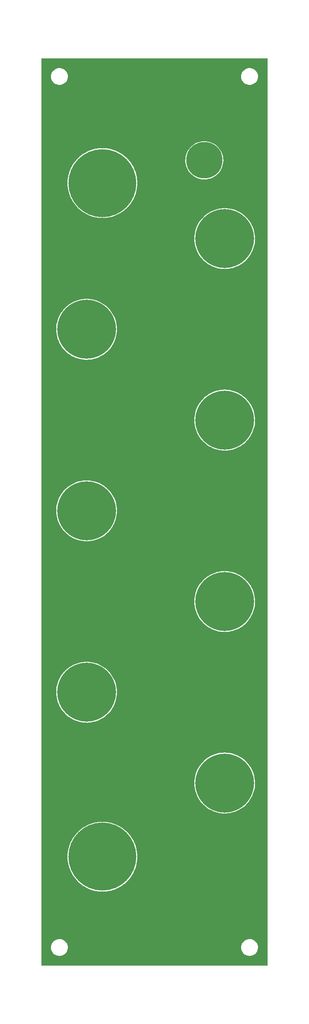
<source format=gbl>
G04 #@! TF.GenerationSoftware,KiCad,Pcbnew,6.0.6-3a73a75311~116~ubuntu20.04.1*
G04 #@! TF.CreationDate,2022-07-02T00:51:46+01:00*
G04 #@! TF.ProjectId,555kickTHCfrontPannel,3535356b-6963-46b5-9448-4366726f6e74,rev?*
G04 #@! TF.SameCoordinates,Original*
G04 #@! TF.FileFunction,Copper,L2,Bot*
G04 #@! TF.FilePolarity,Positive*
%FSLAX46Y46*%
G04 Gerber Fmt 4.6, Leading zero omitted, Abs format (unit mm)*
G04 Created by KiCad (PCBNEW 6.0.6-3a73a75311~116~ubuntu20.04.1) date 2022-07-02 00:51:46*
%MOMM*%
%LPD*%
G01*
G04 APERTURE LIST*
G04 #@! TA.AperFunction,ComponentPad*
%ADD10C,13.000000*%
G04 #@! TD*
G04 #@! TA.AperFunction,ComponentPad*
%ADD11C,15.000000*%
G04 #@! TD*
G04 #@! TA.AperFunction,ComponentPad*
%ADD12C,8.000000*%
G04 #@! TD*
G04 APERTURE END LIST*
D10*
X221500000Y-95750000D03*
D11*
X194500000Y-232000000D03*
D10*
X191000000Y-195750000D03*
X221500000Y-135750000D03*
X221500000Y-175750000D03*
D12*
X217000000Y-78500000D03*
D10*
X221500000Y-215750000D03*
X191000000Y-115750000D03*
X191000000Y-155750000D03*
D11*
X194500000Y-83500000D03*
G04 #@! TA.AperFunction,NonConductor*
G36*
X230941121Y-56021002D02*
G01*
X230987614Y-56074658D01*
X230999000Y-56127000D01*
X230999000Y-255873000D01*
X230978998Y-255941121D01*
X230925342Y-255987614D01*
X230873000Y-255999000D01*
X181127000Y-255999000D01*
X181058879Y-255978998D01*
X181012386Y-255925342D01*
X181001000Y-255873000D01*
X181001000Y-252042095D01*
X183145028Y-252042095D01*
X183170534Y-252309431D01*
X183234364Y-252570285D01*
X183335182Y-252819192D01*
X183470875Y-253050938D01*
X183473728Y-253054505D01*
X183585225Y-253193925D01*
X183638601Y-253260669D01*
X183834846Y-253443991D01*
X183927039Y-253507948D01*
X184051746Y-253594461D01*
X184051751Y-253594464D01*
X184055499Y-253597064D01*
X184059584Y-253599096D01*
X184059587Y-253599098D01*
X184175718Y-253656872D01*
X184295938Y-253716680D01*
X184300272Y-253718101D01*
X184300275Y-253718102D01*
X184546793Y-253798915D01*
X184546798Y-253798916D01*
X184551126Y-253800335D01*
X184555617Y-253801115D01*
X184555618Y-253801115D01*
X184811936Y-253845620D01*
X184811944Y-253845621D01*
X184815717Y-253846276D01*
X184819554Y-253846467D01*
X184898996Y-253850422D01*
X184899004Y-253850422D01*
X184900567Y-253850500D01*
X185068223Y-253850500D01*
X185070491Y-253850335D01*
X185070503Y-253850335D01*
X185200823Y-253840879D01*
X185267846Y-253836016D01*
X185272301Y-253835032D01*
X185272304Y-253835032D01*
X185525620Y-253779105D01*
X185525624Y-253779104D01*
X185530080Y-253778120D01*
X185697617Y-253714646D01*
X185776941Y-253684593D01*
X185776944Y-253684592D01*
X185781211Y-253682975D01*
X186015976Y-253552574D01*
X186158254Y-253443991D01*
X186225833Y-253392417D01*
X186225837Y-253392413D01*
X186229458Y-253389650D01*
X186417185Y-253197614D01*
X186575225Y-252980491D01*
X186662313Y-252814963D01*
X186698140Y-252746868D01*
X186698143Y-252746862D01*
X186700265Y-252742828D01*
X186759703Y-252574515D01*
X186788165Y-252493916D01*
X186788165Y-252493915D01*
X186789688Y-252489603D01*
X186841620Y-252226122D01*
X186841847Y-252221566D01*
X186850781Y-252042095D01*
X225145028Y-252042095D01*
X225170534Y-252309431D01*
X225234364Y-252570285D01*
X225335182Y-252819192D01*
X225470875Y-253050938D01*
X225473728Y-253054505D01*
X225585225Y-253193925D01*
X225638601Y-253260669D01*
X225834846Y-253443991D01*
X225927039Y-253507948D01*
X226051746Y-253594461D01*
X226051751Y-253594464D01*
X226055499Y-253597064D01*
X226059584Y-253599096D01*
X226059587Y-253599098D01*
X226175718Y-253656872D01*
X226295938Y-253716680D01*
X226300272Y-253718101D01*
X226300275Y-253718102D01*
X226546793Y-253798915D01*
X226546798Y-253798916D01*
X226551126Y-253800335D01*
X226555617Y-253801115D01*
X226555618Y-253801115D01*
X226811936Y-253845620D01*
X226811944Y-253845621D01*
X226815717Y-253846276D01*
X226819554Y-253846467D01*
X226898996Y-253850422D01*
X226899004Y-253850422D01*
X226900567Y-253850500D01*
X227068223Y-253850500D01*
X227070491Y-253850335D01*
X227070503Y-253850335D01*
X227200823Y-253840879D01*
X227267846Y-253836016D01*
X227272301Y-253835032D01*
X227272304Y-253835032D01*
X227525620Y-253779105D01*
X227525624Y-253779104D01*
X227530080Y-253778120D01*
X227697617Y-253714646D01*
X227776941Y-253684593D01*
X227776944Y-253684592D01*
X227781211Y-253682975D01*
X228015976Y-253552574D01*
X228158254Y-253443991D01*
X228225833Y-253392417D01*
X228225837Y-253392413D01*
X228229458Y-253389650D01*
X228417185Y-253197614D01*
X228575225Y-252980491D01*
X228662313Y-252814963D01*
X228698140Y-252746868D01*
X228698143Y-252746862D01*
X228700265Y-252742828D01*
X228759703Y-252574515D01*
X228788165Y-252493916D01*
X228788165Y-252493915D01*
X228789688Y-252489603D01*
X228841620Y-252226122D01*
X228841847Y-252221566D01*
X228854745Y-251962474D01*
X228854745Y-251962468D01*
X228854972Y-251957905D01*
X228829466Y-251690569D01*
X228765636Y-251429715D01*
X228664818Y-251180808D01*
X228529125Y-250949062D01*
X228418211Y-250810371D01*
X228364251Y-250742897D01*
X228364250Y-250742895D01*
X228361399Y-250739331D01*
X228165154Y-250556009D01*
X228005436Y-250445208D01*
X227948254Y-250405539D01*
X227948249Y-250405536D01*
X227944501Y-250402936D01*
X227940416Y-250400904D01*
X227940413Y-250400902D01*
X227768560Y-250315407D01*
X227704062Y-250283320D01*
X227699728Y-250281899D01*
X227699725Y-250281898D01*
X227453207Y-250201085D01*
X227453202Y-250201084D01*
X227448874Y-250199665D01*
X227444382Y-250198885D01*
X227188064Y-250154380D01*
X227188056Y-250154379D01*
X227184283Y-250153724D01*
X227175622Y-250153293D01*
X227101004Y-250149578D01*
X227100996Y-250149578D01*
X227099433Y-250149500D01*
X226931777Y-250149500D01*
X226929509Y-250149665D01*
X226929497Y-250149665D01*
X226799177Y-250159121D01*
X226732154Y-250163984D01*
X226727699Y-250164968D01*
X226727696Y-250164968D01*
X226474380Y-250220895D01*
X226474376Y-250220896D01*
X226469920Y-250221880D01*
X226344355Y-250269452D01*
X226223059Y-250315407D01*
X226223056Y-250315408D01*
X226218789Y-250317025D01*
X225984024Y-250447426D01*
X225980392Y-250450198D01*
X225774167Y-250607583D01*
X225774163Y-250607587D01*
X225770542Y-250610350D01*
X225582815Y-250802386D01*
X225424775Y-251019509D01*
X225422651Y-251023547D01*
X225301860Y-251253132D01*
X225301857Y-251253138D01*
X225299735Y-251257172D01*
X225298215Y-251261477D01*
X225298213Y-251261481D01*
X225238804Y-251429715D01*
X225210312Y-251510397D01*
X225158380Y-251773878D01*
X225158153Y-251778431D01*
X225158153Y-251778434D01*
X225148992Y-251962474D01*
X225145028Y-252042095D01*
X186850781Y-252042095D01*
X186854745Y-251962474D01*
X186854745Y-251962468D01*
X186854972Y-251957905D01*
X186829466Y-251690569D01*
X186765636Y-251429715D01*
X186664818Y-251180808D01*
X186529125Y-250949062D01*
X186418211Y-250810371D01*
X186364251Y-250742897D01*
X186364250Y-250742895D01*
X186361399Y-250739331D01*
X186165154Y-250556009D01*
X186005436Y-250445208D01*
X185948254Y-250405539D01*
X185948249Y-250405536D01*
X185944501Y-250402936D01*
X185940416Y-250400904D01*
X185940413Y-250400902D01*
X185768560Y-250315407D01*
X185704062Y-250283320D01*
X185699728Y-250281899D01*
X185699725Y-250281898D01*
X185453207Y-250201085D01*
X185453202Y-250201084D01*
X185448874Y-250199665D01*
X185444382Y-250198885D01*
X185188064Y-250154380D01*
X185188056Y-250154379D01*
X185184283Y-250153724D01*
X185175622Y-250153293D01*
X185101004Y-250149578D01*
X185100996Y-250149578D01*
X185099433Y-250149500D01*
X184931777Y-250149500D01*
X184929509Y-250149665D01*
X184929497Y-250149665D01*
X184799177Y-250159121D01*
X184732154Y-250163984D01*
X184727699Y-250164968D01*
X184727696Y-250164968D01*
X184474380Y-250220895D01*
X184474376Y-250220896D01*
X184469920Y-250221880D01*
X184344355Y-250269452D01*
X184223059Y-250315407D01*
X184223056Y-250315408D01*
X184218789Y-250317025D01*
X183984024Y-250447426D01*
X183980392Y-250450198D01*
X183774167Y-250607583D01*
X183774163Y-250607587D01*
X183770542Y-250610350D01*
X183582815Y-250802386D01*
X183424775Y-251019509D01*
X183422651Y-251023547D01*
X183301860Y-251253132D01*
X183301857Y-251253138D01*
X183299735Y-251257172D01*
X183298215Y-251261477D01*
X183298213Y-251261481D01*
X183238804Y-251429715D01*
X183210312Y-251510397D01*
X183158380Y-251773878D01*
X183158153Y-251778431D01*
X183158153Y-251778434D01*
X183148992Y-251962474D01*
X183145028Y-252042095D01*
X181001000Y-252042095D01*
X181001000Y-232000000D01*
X186794590Y-232000000D01*
X186813360Y-232537502D01*
X186869579Y-233072386D01*
X186962972Y-233602045D01*
X187093085Y-234123899D01*
X187259283Y-234635405D01*
X187260108Y-234637446D01*
X187260112Y-234637458D01*
X187459930Y-235132025D01*
X187459936Y-235132038D01*
X187460758Y-235134073D01*
X187696527Y-235617471D01*
X187965442Y-236083245D01*
X188266192Y-236529126D01*
X188597313Y-236952942D01*
X188598797Y-236954590D01*
X188955721Y-237350995D01*
X188955730Y-237351005D01*
X188957192Y-237352628D01*
X189344074Y-237726236D01*
X189345754Y-237727646D01*
X189345761Y-237727652D01*
X189712161Y-238035097D01*
X189756076Y-238071946D01*
X189757859Y-238073242D01*
X189757870Y-238073250D01*
X190189401Y-238386775D01*
X190191189Y-238388074D01*
X190647295Y-238673081D01*
X191122171Y-238925577D01*
X191124177Y-238926470D01*
X191124187Y-238926475D01*
X191611506Y-239143443D01*
X191613503Y-239144332D01*
X192118897Y-239328280D01*
X192121021Y-239328889D01*
X192121027Y-239328891D01*
X192633769Y-239475917D01*
X192635893Y-239476526D01*
X193161970Y-239588348D01*
X193694565Y-239663199D01*
X193696753Y-239663352D01*
X194228895Y-239700563D01*
X194228899Y-239700563D01*
X194231085Y-239700716D01*
X194768915Y-239700716D01*
X194771101Y-239700563D01*
X194771105Y-239700563D01*
X195303247Y-239663352D01*
X195305435Y-239663199D01*
X195838030Y-239588348D01*
X196364107Y-239476526D01*
X196366231Y-239475917D01*
X196878973Y-239328891D01*
X196878979Y-239328889D01*
X196881103Y-239328280D01*
X197386497Y-239144332D01*
X197388494Y-239143443D01*
X197875813Y-238926475D01*
X197875823Y-238926470D01*
X197877829Y-238925577D01*
X198352705Y-238673081D01*
X198808811Y-238388074D01*
X198810599Y-238386775D01*
X199242130Y-238073250D01*
X199242141Y-238073242D01*
X199243924Y-238071946D01*
X199287839Y-238035097D01*
X199654239Y-237727652D01*
X199654246Y-237727646D01*
X199655926Y-237726236D01*
X200042808Y-237352628D01*
X200044270Y-237351005D01*
X200044279Y-237350995D01*
X200401203Y-236954590D01*
X200402687Y-236952942D01*
X200733808Y-236529126D01*
X201034558Y-236083245D01*
X201303473Y-235617471D01*
X201539242Y-235134073D01*
X201540064Y-235132038D01*
X201540070Y-235132025D01*
X201739888Y-234637458D01*
X201739892Y-234637446D01*
X201740717Y-234635405D01*
X201906915Y-234123899D01*
X202037028Y-233602045D01*
X202130421Y-233072386D01*
X202186640Y-232537502D01*
X202205410Y-232000000D01*
X202186640Y-231462498D01*
X202130421Y-230927614D01*
X202037028Y-230397955D01*
X201906915Y-229876101D01*
X201740717Y-229364595D01*
X201739888Y-229362542D01*
X201540070Y-228867975D01*
X201540064Y-228867962D01*
X201539242Y-228865927D01*
X201303473Y-228382529D01*
X201034558Y-227916755D01*
X200733808Y-227470874D01*
X200402687Y-227047058D01*
X200339510Y-226976893D01*
X200044279Y-226649005D01*
X200044270Y-226648995D01*
X200042808Y-226647372D01*
X199655926Y-226273764D01*
X199654246Y-226272354D01*
X199654239Y-226272348D01*
X199245621Y-225929478D01*
X199243924Y-225928054D01*
X199242141Y-225926758D01*
X199242130Y-225926750D01*
X198810599Y-225613225D01*
X198810598Y-225613224D01*
X198808811Y-225611926D01*
X198352705Y-225326919D01*
X197877829Y-225074423D01*
X197875823Y-225073530D01*
X197875813Y-225073525D01*
X197388494Y-224856557D01*
X197388491Y-224856556D01*
X197386497Y-224855668D01*
X196881103Y-224671720D01*
X196878979Y-224671111D01*
X196878973Y-224671109D01*
X196366231Y-224524083D01*
X196366230Y-224524083D01*
X196364107Y-224523474D01*
X195838030Y-224411652D01*
X195305435Y-224336801D01*
X195303247Y-224336648D01*
X194771105Y-224299437D01*
X194771101Y-224299437D01*
X194768915Y-224299284D01*
X194231085Y-224299284D01*
X194228899Y-224299437D01*
X194228895Y-224299437D01*
X193696753Y-224336648D01*
X193694565Y-224336801D01*
X193161970Y-224411652D01*
X192635893Y-224523474D01*
X192633770Y-224524083D01*
X192633769Y-224524083D01*
X192121027Y-224671109D01*
X192121021Y-224671111D01*
X192118897Y-224671720D01*
X191613503Y-224855668D01*
X191611509Y-224856556D01*
X191611506Y-224856557D01*
X191124187Y-225073525D01*
X191124177Y-225073530D01*
X191122171Y-225074423D01*
X190647295Y-225326919D01*
X190191189Y-225611926D01*
X190189402Y-225613224D01*
X190189401Y-225613225D01*
X189757870Y-225926750D01*
X189757859Y-225926758D01*
X189756076Y-225928054D01*
X189754379Y-225929478D01*
X189345761Y-226272348D01*
X189345754Y-226272354D01*
X189344074Y-226273764D01*
X188957192Y-226647372D01*
X188955730Y-226648995D01*
X188955721Y-226649005D01*
X188660490Y-226976893D01*
X188597313Y-227047058D01*
X188266192Y-227470874D01*
X187965442Y-227916755D01*
X187696527Y-228382529D01*
X187460758Y-228865927D01*
X187459936Y-228867962D01*
X187459930Y-228867975D01*
X187260112Y-229362542D01*
X187259283Y-229364595D01*
X187093085Y-229876101D01*
X186962972Y-230397955D01*
X186869579Y-230927614D01*
X186813360Y-231462498D01*
X186794590Y-232000000D01*
X181001000Y-232000000D01*
X181001000Y-215820218D01*
X214794947Y-215820218D01*
X214819085Y-216322756D01*
X214880836Y-216822071D01*
X214979850Y-217315349D01*
X214980489Y-217317630D01*
X215059737Y-217600509D01*
X215115572Y-217799816D01*
X215287235Y-218272742D01*
X215288198Y-218274881D01*
X215288203Y-218274892D01*
X215407239Y-218539140D01*
X215493876Y-218731466D01*
X215734329Y-219173405D01*
X216007241Y-219596071D01*
X216008661Y-219597946D01*
X216008663Y-219597948D01*
X216184534Y-219830069D01*
X216311076Y-219997085D01*
X216644123Y-220374189D01*
X217004507Y-220725260D01*
X217390200Y-221048322D01*
X217799030Y-221341556D01*
X218228696Y-221603310D01*
X218230798Y-221604383D01*
X218230801Y-221604385D01*
X218495011Y-221739297D01*
X218676778Y-221832112D01*
X218678938Y-221833018D01*
X218678945Y-221833021D01*
X218954294Y-221948484D01*
X219140754Y-222026673D01*
X219142978Y-222027415D01*
X219142986Y-222027418D01*
X219602629Y-222180767D01*
X219618012Y-222185899D01*
X220105865Y-222308891D01*
X220108173Y-222309292D01*
X220108179Y-222309293D01*
X220379719Y-222356440D01*
X220601566Y-222394960D01*
X220603913Y-222395188D01*
X220603920Y-222395189D01*
X221099965Y-222443389D01*
X221099976Y-222443390D01*
X221102326Y-222443618D01*
X221104684Y-222443669D01*
X221104693Y-222443670D01*
X221399930Y-222450112D01*
X221605324Y-222454594D01*
X221840654Y-222442055D01*
X222105386Y-222427949D01*
X222105389Y-222427949D01*
X222107730Y-222427824D01*
X222375948Y-222393227D01*
X222604368Y-222363763D01*
X222604378Y-222363761D01*
X222606714Y-222363460D01*
X223099467Y-222261864D01*
X223101731Y-222261217D01*
X223101739Y-222261215D01*
X223580950Y-222124256D01*
X223580959Y-222124253D01*
X223583216Y-222123608D01*
X223585419Y-222122795D01*
X223585426Y-222122793D01*
X224053007Y-221950293D01*
X224053014Y-221950290D01*
X224055237Y-221949470D01*
X224512873Y-221740431D01*
X224953547Y-221497668D01*
X225374779Y-221222546D01*
X225774196Y-220916616D01*
X226149551Y-220581599D01*
X226498730Y-220219381D01*
X226819768Y-219832002D01*
X227110857Y-219421642D01*
X227184451Y-219299402D01*
X227369138Y-218992639D01*
X227369142Y-218992632D01*
X227370358Y-218990612D01*
X227596811Y-218541338D01*
X227788940Y-218076350D01*
X227945664Y-217598265D01*
X228066101Y-217109774D01*
X228149573Y-216613629D01*
X228195609Y-216112621D01*
X228205421Y-215750000D01*
X228186546Y-215247236D01*
X228130028Y-214747303D01*
X228036184Y-214253014D01*
X227905544Y-213767153D01*
X227738841Y-213292455D01*
X227565728Y-212897156D01*
X227537963Y-212833754D01*
X227537961Y-212833750D01*
X227537016Y-212831592D01*
X227301205Y-212387159D01*
X227032733Y-211961658D01*
X226733114Y-211557485D01*
X226652167Y-211463872D01*
X226405583Y-211178705D01*
X226405579Y-211178700D01*
X226404034Y-211176914D01*
X226047346Y-210822088D01*
X225665057Y-210495005D01*
X225259320Y-210197507D01*
X224832420Y-209931267D01*
X224830349Y-209930182D01*
X224830342Y-209930178D01*
X224388844Y-209698879D01*
X224386758Y-209697786D01*
X224384610Y-209696859D01*
X224384596Y-209696852D01*
X223926997Y-209499305D01*
X223926996Y-209499305D01*
X223924845Y-209498376D01*
X223632771Y-209397522D01*
X223451509Y-209334931D01*
X223451501Y-209334929D01*
X223449281Y-209334162D01*
X223024661Y-209222369D01*
X222965029Y-209206669D01*
X222965026Y-209206668D01*
X222962742Y-209206067D01*
X222467969Y-209114813D01*
X222465644Y-209114563D01*
X222465634Y-209114561D01*
X222243172Y-209090591D01*
X221967747Y-209060913D01*
X221965369Y-209060836D01*
X221965366Y-209060836D01*
X221467251Y-209044747D01*
X221467245Y-209044747D01*
X221464891Y-209044671D01*
X220962232Y-209066178D01*
X220730109Y-209093652D01*
X220464939Y-209125036D01*
X220464929Y-209125038D01*
X220462602Y-209125313D01*
X220460289Y-209125765D01*
X220460287Y-209125765D01*
X219971125Y-209221292D01*
X219971122Y-209221293D01*
X219968811Y-209221744D01*
X219828580Y-209260238D01*
X219485934Y-209354296D01*
X219485920Y-209354300D01*
X219483641Y-209354926D01*
X219009822Y-209524112D01*
X218781065Y-209625722D01*
X218552204Y-209727378D01*
X218552199Y-209727381D01*
X218550023Y-209728347D01*
X218547931Y-209729471D01*
X218547923Y-209729475D01*
X218108916Y-209965362D01*
X218108902Y-209965370D01*
X218106831Y-209966483D01*
X217682741Y-210237178D01*
X217280142Y-210538909D01*
X217278370Y-210540457D01*
X217278362Y-210540464D01*
X216954198Y-210823749D01*
X216901299Y-210869977D01*
X216548346Y-211228519D01*
X216223269Y-211612515D01*
X215927899Y-212019804D01*
X215926664Y-212021807D01*
X215926659Y-212021815D01*
X215665143Y-212446074D01*
X215665137Y-212446084D01*
X215663899Y-212448093D01*
X215432754Y-212894971D01*
X215431827Y-212897150D01*
X215431824Y-212897156D01*
X215263623Y-213292455D01*
X215235766Y-213357922D01*
X215074044Y-213834339D01*
X214948498Y-214321542D01*
X214948080Y-214323874D01*
X214948079Y-214323881D01*
X214860251Y-214814465D01*
X214860249Y-214814479D01*
X214859836Y-214816786D01*
X214859596Y-214819127D01*
X214859596Y-214819128D01*
X214815975Y-215244878D01*
X214808556Y-215317284D01*
X214794947Y-215820218D01*
X181001000Y-215820218D01*
X181001000Y-195820218D01*
X184294947Y-195820218D01*
X184319085Y-196322756D01*
X184380836Y-196822071D01*
X184479850Y-197315349D01*
X184480489Y-197317630D01*
X184559737Y-197600509D01*
X184615572Y-197799816D01*
X184787235Y-198272742D01*
X184788198Y-198274881D01*
X184788203Y-198274892D01*
X184907239Y-198539140D01*
X184993876Y-198731466D01*
X185234329Y-199173405D01*
X185507241Y-199596071D01*
X185508661Y-199597946D01*
X185508663Y-199597948D01*
X185684534Y-199830069D01*
X185811076Y-199997085D01*
X186144123Y-200374189D01*
X186504507Y-200725260D01*
X186890200Y-201048322D01*
X187299030Y-201341556D01*
X187728696Y-201603310D01*
X187730798Y-201604383D01*
X187730801Y-201604385D01*
X187995011Y-201739297D01*
X188176778Y-201832112D01*
X188178938Y-201833018D01*
X188178945Y-201833021D01*
X188454294Y-201948484D01*
X188640754Y-202026673D01*
X188642978Y-202027415D01*
X188642986Y-202027418D01*
X189102629Y-202180767D01*
X189118012Y-202185899D01*
X189605865Y-202308891D01*
X189608173Y-202309292D01*
X189608179Y-202309293D01*
X189879719Y-202356440D01*
X190101566Y-202394960D01*
X190103913Y-202395188D01*
X190103920Y-202395189D01*
X190599965Y-202443389D01*
X190599976Y-202443390D01*
X190602326Y-202443618D01*
X190604684Y-202443669D01*
X190604693Y-202443670D01*
X190899930Y-202450112D01*
X191105324Y-202454594D01*
X191340654Y-202442055D01*
X191605386Y-202427949D01*
X191605389Y-202427949D01*
X191607730Y-202427824D01*
X191875948Y-202393227D01*
X192104368Y-202363763D01*
X192104378Y-202363761D01*
X192106714Y-202363460D01*
X192599467Y-202261864D01*
X192601731Y-202261217D01*
X192601739Y-202261215D01*
X193080950Y-202124256D01*
X193080959Y-202124253D01*
X193083216Y-202123608D01*
X193085419Y-202122795D01*
X193085426Y-202122793D01*
X193553007Y-201950293D01*
X193553014Y-201950290D01*
X193555237Y-201949470D01*
X194012873Y-201740431D01*
X194453547Y-201497668D01*
X194874779Y-201222546D01*
X195274196Y-200916616D01*
X195649551Y-200581599D01*
X195998730Y-200219381D01*
X196319768Y-199832002D01*
X196610857Y-199421642D01*
X196684451Y-199299402D01*
X196869138Y-198992639D01*
X196869142Y-198992632D01*
X196870358Y-198990612D01*
X197096811Y-198541338D01*
X197288940Y-198076350D01*
X197445664Y-197598265D01*
X197566101Y-197109774D01*
X197649573Y-196613629D01*
X197695609Y-196112621D01*
X197705421Y-195750000D01*
X197686546Y-195247236D01*
X197630028Y-194747303D01*
X197536184Y-194253014D01*
X197405544Y-193767153D01*
X197238841Y-193292455D01*
X197065728Y-192897156D01*
X197037963Y-192833754D01*
X197037961Y-192833750D01*
X197037016Y-192831592D01*
X196801205Y-192387159D01*
X196532733Y-191961658D01*
X196233114Y-191557485D01*
X196152167Y-191463872D01*
X195905583Y-191178705D01*
X195905579Y-191178700D01*
X195904034Y-191176914D01*
X195547346Y-190822088D01*
X195165057Y-190495005D01*
X194759320Y-190197507D01*
X194332420Y-189931267D01*
X194330349Y-189930182D01*
X194330342Y-189930178D01*
X193888844Y-189698879D01*
X193886758Y-189697786D01*
X193884610Y-189696859D01*
X193884596Y-189696852D01*
X193426997Y-189499305D01*
X193426996Y-189499305D01*
X193424845Y-189498376D01*
X193132771Y-189397522D01*
X192951509Y-189334931D01*
X192951501Y-189334929D01*
X192949281Y-189334162D01*
X192524661Y-189222369D01*
X192465029Y-189206669D01*
X192465026Y-189206668D01*
X192462742Y-189206067D01*
X191967969Y-189114813D01*
X191965644Y-189114563D01*
X191965634Y-189114561D01*
X191743172Y-189090591D01*
X191467747Y-189060913D01*
X191465369Y-189060836D01*
X191465366Y-189060836D01*
X190967251Y-189044747D01*
X190967245Y-189044747D01*
X190964891Y-189044671D01*
X190462232Y-189066178D01*
X190230109Y-189093652D01*
X189964939Y-189125036D01*
X189964929Y-189125038D01*
X189962602Y-189125313D01*
X189960289Y-189125765D01*
X189960287Y-189125765D01*
X189471125Y-189221292D01*
X189471122Y-189221293D01*
X189468811Y-189221744D01*
X189328580Y-189260238D01*
X188985934Y-189354296D01*
X188985920Y-189354300D01*
X188983641Y-189354926D01*
X188509822Y-189524112D01*
X188281065Y-189625722D01*
X188052204Y-189727378D01*
X188052199Y-189727381D01*
X188050023Y-189728347D01*
X188047931Y-189729471D01*
X188047923Y-189729475D01*
X187608916Y-189965362D01*
X187608902Y-189965370D01*
X187606831Y-189966483D01*
X187182741Y-190237178D01*
X186780142Y-190538909D01*
X186778370Y-190540457D01*
X186778362Y-190540464D01*
X186454198Y-190823749D01*
X186401299Y-190869977D01*
X186048346Y-191228519D01*
X185723269Y-191612515D01*
X185427899Y-192019804D01*
X185426664Y-192021807D01*
X185426659Y-192021815D01*
X185165143Y-192446074D01*
X185165137Y-192446084D01*
X185163899Y-192448093D01*
X184932754Y-192894971D01*
X184931827Y-192897150D01*
X184931824Y-192897156D01*
X184763623Y-193292455D01*
X184735766Y-193357922D01*
X184574044Y-193834339D01*
X184448498Y-194321542D01*
X184448080Y-194323874D01*
X184448079Y-194323881D01*
X184360251Y-194814465D01*
X184360249Y-194814479D01*
X184359836Y-194816786D01*
X184359596Y-194819127D01*
X184359596Y-194819128D01*
X184315975Y-195244878D01*
X184308556Y-195317284D01*
X184294947Y-195820218D01*
X181001000Y-195820218D01*
X181001000Y-175820218D01*
X214794947Y-175820218D01*
X214819085Y-176322756D01*
X214880836Y-176822071D01*
X214979850Y-177315349D01*
X214980489Y-177317630D01*
X215059737Y-177600509D01*
X215115572Y-177799816D01*
X215287235Y-178272742D01*
X215288198Y-178274881D01*
X215288203Y-178274892D01*
X215407239Y-178539140D01*
X215493876Y-178731466D01*
X215734329Y-179173405D01*
X216007241Y-179596071D01*
X216008661Y-179597946D01*
X216008663Y-179597948D01*
X216184534Y-179830069D01*
X216311076Y-179997085D01*
X216644123Y-180374189D01*
X217004507Y-180725260D01*
X217390200Y-181048322D01*
X217799030Y-181341556D01*
X218228696Y-181603310D01*
X218230798Y-181604383D01*
X218230801Y-181604385D01*
X218495011Y-181739297D01*
X218676778Y-181832112D01*
X218678938Y-181833018D01*
X218678945Y-181833021D01*
X218954294Y-181948484D01*
X219140754Y-182026673D01*
X219142978Y-182027415D01*
X219142986Y-182027418D01*
X219602629Y-182180767D01*
X219618012Y-182185899D01*
X220105865Y-182308891D01*
X220108173Y-182309292D01*
X220108179Y-182309293D01*
X220379719Y-182356440D01*
X220601566Y-182394960D01*
X220603913Y-182395188D01*
X220603920Y-182395189D01*
X221099965Y-182443389D01*
X221099976Y-182443390D01*
X221102326Y-182443618D01*
X221104684Y-182443669D01*
X221104693Y-182443670D01*
X221399930Y-182450112D01*
X221605324Y-182454594D01*
X221840654Y-182442055D01*
X222105386Y-182427949D01*
X222105389Y-182427949D01*
X222107730Y-182427824D01*
X222375948Y-182393227D01*
X222604368Y-182363763D01*
X222604378Y-182363761D01*
X222606714Y-182363460D01*
X223099467Y-182261864D01*
X223101731Y-182261217D01*
X223101739Y-182261215D01*
X223580950Y-182124256D01*
X223580959Y-182124253D01*
X223583216Y-182123608D01*
X223585419Y-182122795D01*
X223585426Y-182122793D01*
X224053007Y-181950293D01*
X224053014Y-181950290D01*
X224055237Y-181949470D01*
X224512873Y-181740431D01*
X224953547Y-181497668D01*
X225374779Y-181222546D01*
X225774196Y-180916616D01*
X226149551Y-180581599D01*
X226498730Y-180219381D01*
X226819768Y-179832002D01*
X227110857Y-179421642D01*
X227184451Y-179299402D01*
X227369138Y-178992639D01*
X227369142Y-178992632D01*
X227370358Y-178990612D01*
X227596811Y-178541338D01*
X227788940Y-178076350D01*
X227945664Y-177598265D01*
X228066101Y-177109774D01*
X228149573Y-176613629D01*
X228195609Y-176112621D01*
X228205421Y-175750000D01*
X228186546Y-175247236D01*
X228130028Y-174747303D01*
X228036184Y-174253014D01*
X227905544Y-173767153D01*
X227738841Y-173292455D01*
X227565728Y-172897156D01*
X227537963Y-172833754D01*
X227537961Y-172833750D01*
X227537016Y-172831592D01*
X227301205Y-172387159D01*
X227032733Y-171961658D01*
X226733114Y-171557485D01*
X226652167Y-171463872D01*
X226405583Y-171178705D01*
X226405579Y-171178700D01*
X226404034Y-171176914D01*
X226047346Y-170822088D01*
X225665057Y-170495005D01*
X225259320Y-170197507D01*
X224832420Y-169931267D01*
X224830349Y-169930182D01*
X224830342Y-169930178D01*
X224388844Y-169698879D01*
X224386758Y-169697786D01*
X224384610Y-169696859D01*
X224384596Y-169696852D01*
X223926997Y-169499305D01*
X223926996Y-169499305D01*
X223924845Y-169498376D01*
X223632771Y-169397522D01*
X223451509Y-169334931D01*
X223451501Y-169334929D01*
X223449281Y-169334162D01*
X223024661Y-169222369D01*
X222965029Y-169206669D01*
X222965026Y-169206668D01*
X222962742Y-169206067D01*
X222467969Y-169114813D01*
X222465644Y-169114563D01*
X222465634Y-169114561D01*
X222243172Y-169090591D01*
X221967747Y-169060913D01*
X221965369Y-169060836D01*
X221965366Y-169060836D01*
X221467251Y-169044747D01*
X221467245Y-169044747D01*
X221464891Y-169044671D01*
X220962232Y-169066178D01*
X220730109Y-169093652D01*
X220464939Y-169125036D01*
X220464929Y-169125038D01*
X220462602Y-169125313D01*
X220460289Y-169125765D01*
X220460287Y-169125765D01*
X219971125Y-169221292D01*
X219971122Y-169221293D01*
X219968811Y-169221744D01*
X219828580Y-169260238D01*
X219485934Y-169354296D01*
X219485920Y-169354300D01*
X219483641Y-169354926D01*
X219009822Y-169524112D01*
X218781065Y-169625722D01*
X218552204Y-169727378D01*
X218552199Y-169727381D01*
X218550023Y-169728347D01*
X218547931Y-169729471D01*
X218547923Y-169729475D01*
X218108916Y-169965362D01*
X218108902Y-169965370D01*
X218106831Y-169966483D01*
X217682741Y-170237178D01*
X217280142Y-170538909D01*
X217278370Y-170540457D01*
X217278362Y-170540464D01*
X216954198Y-170823749D01*
X216901299Y-170869977D01*
X216548346Y-171228519D01*
X216223269Y-171612515D01*
X215927899Y-172019804D01*
X215926664Y-172021807D01*
X215926659Y-172021815D01*
X215665143Y-172446074D01*
X215665137Y-172446084D01*
X215663899Y-172448093D01*
X215432754Y-172894971D01*
X215431827Y-172897150D01*
X215431824Y-172897156D01*
X215263623Y-173292455D01*
X215235766Y-173357922D01*
X215074044Y-173834339D01*
X214948498Y-174321542D01*
X214948080Y-174323874D01*
X214948079Y-174323881D01*
X214860251Y-174814465D01*
X214860249Y-174814479D01*
X214859836Y-174816786D01*
X214859596Y-174819127D01*
X214859596Y-174819128D01*
X214815975Y-175244878D01*
X214808556Y-175317284D01*
X214794947Y-175820218D01*
X181001000Y-175820218D01*
X181001000Y-155820218D01*
X184294947Y-155820218D01*
X184319085Y-156322756D01*
X184380836Y-156822071D01*
X184479850Y-157315349D01*
X184480489Y-157317630D01*
X184559737Y-157600509D01*
X184615572Y-157799816D01*
X184787235Y-158272742D01*
X184788198Y-158274881D01*
X184788203Y-158274892D01*
X184907239Y-158539140D01*
X184993876Y-158731466D01*
X185234329Y-159173405D01*
X185507241Y-159596071D01*
X185508661Y-159597946D01*
X185508663Y-159597948D01*
X185684534Y-159830069D01*
X185811076Y-159997085D01*
X186144123Y-160374189D01*
X186504507Y-160725260D01*
X186890200Y-161048322D01*
X187299030Y-161341556D01*
X187728696Y-161603310D01*
X187730798Y-161604383D01*
X187730801Y-161604385D01*
X187995011Y-161739297D01*
X188176778Y-161832112D01*
X188178938Y-161833018D01*
X188178945Y-161833021D01*
X188454294Y-161948484D01*
X188640754Y-162026673D01*
X188642978Y-162027415D01*
X188642986Y-162027418D01*
X189102629Y-162180767D01*
X189118012Y-162185899D01*
X189605865Y-162308891D01*
X189608173Y-162309292D01*
X189608179Y-162309293D01*
X189879719Y-162356440D01*
X190101566Y-162394960D01*
X190103913Y-162395188D01*
X190103920Y-162395189D01*
X190599965Y-162443389D01*
X190599976Y-162443390D01*
X190602326Y-162443618D01*
X190604684Y-162443669D01*
X190604693Y-162443670D01*
X190899930Y-162450112D01*
X191105324Y-162454594D01*
X191340654Y-162442055D01*
X191605386Y-162427949D01*
X191605389Y-162427949D01*
X191607730Y-162427824D01*
X191875948Y-162393227D01*
X192104368Y-162363763D01*
X192104378Y-162363761D01*
X192106714Y-162363460D01*
X192599467Y-162261864D01*
X192601731Y-162261217D01*
X192601739Y-162261215D01*
X193080950Y-162124256D01*
X193080959Y-162124253D01*
X193083216Y-162123608D01*
X193085419Y-162122795D01*
X193085426Y-162122793D01*
X193553007Y-161950293D01*
X193553014Y-161950290D01*
X193555237Y-161949470D01*
X194012873Y-161740431D01*
X194453547Y-161497668D01*
X194874779Y-161222546D01*
X195274196Y-160916616D01*
X195649551Y-160581599D01*
X195998730Y-160219381D01*
X196319768Y-159832002D01*
X196610857Y-159421642D01*
X196684451Y-159299402D01*
X196869138Y-158992639D01*
X196869142Y-158992632D01*
X196870358Y-158990612D01*
X197096811Y-158541338D01*
X197288940Y-158076350D01*
X197445664Y-157598265D01*
X197566101Y-157109774D01*
X197649573Y-156613629D01*
X197695609Y-156112621D01*
X197705421Y-155750000D01*
X197686546Y-155247236D01*
X197630028Y-154747303D01*
X197536184Y-154253014D01*
X197405544Y-153767153D01*
X197238841Y-153292455D01*
X197065728Y-152897156D01*
X197037963Y-152833754D01*
X197037961Y-152833750D01*
X197037016Y-152831592D01*
X196801205Y-152387159D01*
X196532733Y-151961658D01*
X196233114Y-151557485D01*
X196152167Y-151463872D01*
X195905583Y-151178705D01*
X195905579Y-151178700D01*
X195904034Y-151176914D01*
X195547346Y-150822088D01*
X195165057Y-150495005D01*
X194759320Y-150197507D01*
X194332420Y-149931267D01*
X194330349Y-149930182D01*
X194330342Y-149930178D01*
X193888844Y-149698879D01*
X193886758Y-149697786D01*
X193884610Y-149696859D01*
X193884596Y-149696852D01*
X193426997Y-149499305D01*
X193426996Y-149499305D01*
X193424845Y-149498376D01*
X193132771Y-149397522D01*
X192951509Y-149334931D01*
X192951501Y-149334929D01*
X192949281Y-149334162D01*
X192524661Y-149222369D01*
X192465029Y-149206669D01*
X192465026Y-149206668D01*
X192462742Y-149206067D01*
X191967969Y-149114813D01*
X191965644Y-149114563D01*
X191965634Y-149114561D01*
X191743172Y-149090591D01*
X191467747Y-149060913D01*
X191465369Y-149060836D01*
X191465366Y-149060836D01*
X190967251Y-149044747D01*
X190967245Y-149044747D01*
X190964891Y-149044671D01*
X190462232Y-149066178D01*
X190230109Y-149093652D01*
X189964939Y-149125036D01*
X189964929Y-149125038D01*
X189962602Y-149125313D01*
X189960289Y-149125765D01*
X189960287Y-149125765D01*
X189471125Y-149221292D01*
X189471122Y-149221293D01*
X189468811Y-149221744D01*
X189328580Y-149260238D01*
X188985934Y-149354296D01*
X188985920Y-149354300D01*
X188983641Y-149354926D01*
X188509822Y-149524112D01*
X188281065Y-149625722D01*
X188052204Y-149727378D01*
X188052199Y-149727381D01*
X188050023Y-149728347D01*
X188047931Y-149729471D01*
X188047923Y-149729475D01*
X187608916Y-149965362D01*
X187608902Y-149965370D01*
X187606831Y-149966483D01*
X187182741Y-150237178D01*
X186780142Y-150538909D01*
X186778370Y-150540457D01*
X186778362Y-150540464D01*
X186454198Y-150823749D01*
X186401299Y-150869977D01*
X186048346Y-151228519D01*
X185723269Y-151612515D01*
X185427899Y-152019804D01*
X185426664Y-152021807D01*
X185426659Y-152021815D01*
X185165143Y-152446074D01*
X185165137Y-152446084D01*
X185163899Y-152448093D01*
X184932754Y-152894971D01*
X184931827Y-152897150D01*
X184931824Y-152897156D01*
X184763623Y-153292455D01*
X184735766Y-153357922D01*
X184574044Y-153834339D01*
X184448498Y-154321542D01*
X184448080Y-154323874D01*
X184448079Y-154323881D01*
X184360251Y-154814465D01*
X184360249Y-154814479D01*
X184359836Y-154816786D01*
X184359596Y-154819127D01*
X184359596Y-154819128D01*
X184315975Y-155244878D01*
X184308556Y-155317284D01*
X184294947Y-155820218D01*
X181001000Y-155820218D01*
X181001000Y-135820218D01*
X214794947Y-135820218D01*
X214819085Y-136322756D01*
X214880836Y-136822071D01*
X214979850Y-137315349D01*
X214980489Y-137317630D01*
X215059737Y-137600509D01*
X215115572Y-137799816D01*
X215287235Y-138272742D01*
X215288198Y-138274881D01*
X215288203Y-138274892D01*
X215407239Y-138539140D01*
X215493876Y-138731466D01*
X215734329Y-139173405D01*
X216007241Y-139596071D01*
X216008661Y-139597946D01*
X216008663Y-139597948D01*
X216184534Y-139830069D01*
X216311076Y-139997085D01*
X216644123Y-140374189D01*
X217004507Y-140725260D01*
X217390200Y-141048322D01*
X217799030Y-141341556D01*
X218228696Y-141603310D01*
X218230798Y-141604383D01*
X218230801Y-141604385D01*
X218495011Y-141739297D01*
X218676778Y-141832112D01*
X218678938Y-141833018D01*
X218678945Y-141833021D01*
X218954294Y-141948484D01*
X219140754Y-142026673D01*
X219142978Y-142027415D01*
X219142986Y-142027418D01*
X219602629Y-142180767D01*
X219618012Y-142185899D01*
X220105865Y-142308891D01*
X220108173Y-142309292D01*
X220108179Y-142309293D01*
X220379719Y-142356440D01*
X220601566Y-142394960D01*
X220603913Y-142395188D01*
X220603920Y-142395189D01*
X221099965Y-142443389D01*
X221099976Y-142443390D01*
X221102326Y-142443618D01*
X221104684Y-142443669D01*
X221104693Y-142443670D01*
X221399930Y-142450112D01*
X221605324Y-142454594D01*
X221840654Y-142442055D01*
X222105386Y-142427949D01*
X222105389Y-142427949D01*
X222107730Y-142427824D01*
X222375948Y-142393227D01*
X222604368Y-142363763D01*
X222604378Y-142363761D01*
X222606714Y-142363460D01*
X223099467Y-142261864D01*
X223101731Y-142261217D01*
X223101739Y-142261215D01*
X223580950Y-142124256D01*
X223580959Y-142124253D01*
X223583216Y-142123608D01*
X223585419Y-142122795D01*
X223585426Y-142122793D01*
X224053007Y-141950293D01*
X224053014Y-141950290D01*
X224055237Y-141949470D01*
X224512873Y-141740431D01*
X224953547Y-141497668D01*
X225374779Y-141222546D01*
X225774196Y-140916616D01*
X226149551Y-140581599D01*
X226498730Y-140219381D01*
X226819768Y-139832002D01*
X227110857Y-139421642D01*
X227184451Y-139299402D01*
X227369138Y-138992639D01*
X227369142Y-138992632D01*
X227370358Y-138990612D01*
X227596811Y-138541338D01*
X227788940Y-138076350D01*
X227945664Y-137598265D01*
X228066101Y-137109774D01*
X228149573Y-136613629D01*
X228195609Y-136112621D01*
X228205421Y-135750000D01*
X228186546Y-135247236D01*
X228130028Y-134747303D01*
X228036184Y-134253014D01*
X227905544Y-133767153D01*
X227738841Y-133292455D01*
X227565728Y-132897156D01*
X227537963Y-132833754D01*
X227537961Y-132833750D01*
X227537016Y-132831592D01*
X227301205Y-132387159D01*
X227032733Y-131961658D01*
X226733114Y-131557485D01*
X226652167Y-131463872D01*
X226405583Y-131178705D01*
X226405579Y-131178700D01*
X226404034Y-131176914D01*
X226047346Y-130822088D01*
X225665057Y-130495005D01*
X225259320Y-130197507D01*
X224832420Y-129931267D01*
X224830349Y-129930182D01*
X224830342Y-129930178D01*
X224388844Y-129698879D01*
X224386758Y-129697786D01*
X224384610Y-129696859D01*
X224384596Y-129696852D01*
X223926997Y-129499305D01*
X223926996Y-129499305D01*
X223924845Y-129498376D01*
X223632771Y-129397522D01*
X223451509Y-129334931D01*
X223451501Y-129334929D01*
X223449281Y-129334162D01*
X223024661Y-129222369D01*
X222965029Y-129206669D01*
X222965026Y-129206668D01*
X222962742Y-129206067D01*
X222467969Y-129114813D01*
X222465644Y-129114563D01*
X222465634Y-129114561D01*
X222243172Y-129090591D01*
X221967747Y-129060913D01*
X221965369Y-129060836D01*
X221965366Y-129060836D01*
X221467251Y-129044747D01*
X221467245Y-129044747D01*
X221464891Y-129044671D01*
X220962232Y-129066178D01*
X220730109Y-129093652D01*
X220464939Y-129125036D01*
X220464929Y-129125038D01*
X220462602Y-129125313D01*
X220460289Y-129125765D01*
X220460287Y-129125765D01*
X219971125Y-129221292D01*
X219971122Y-129221293D01*
X219968811Y-129221744D01*
X219828580Y-129260238D01*
X219485934Y-129354296D01*
X219485920Y-129354300D01*
X219483641Y-129354926D01*
X219009822Y-129524112D01*
X218781065Y-129625722D01*
X218552204Y-129727378D01*
X218552199Y-129727381D01*
X218550023Y-129728347D01*
X218547931Y-129729471D01*
X218547923Y-129729475D01*
X218108916Y-129965362D01*
X218108902Y-129965370D01*
X218106831Y-129966483D01*
X217682741Y-130237178D01*
X217280142Y-130538909D01*
X217278370Y-130540457D01*
X217278362Y-130540464D01*
X216954198Y-130823749D01*
X216901299Y-130869977D01*
X216548346Y-131228519D01*
X216223269Y-131612515D01*
X215927899Y-132019804D01*
X215926664Y-132021807D01*
X215926659Y-132021815D01*
X215665143Y-132446074D01*
X215665137Y-132446084D01*
X215663899Y-132448093D01*
X215432754Y-132894971D01*
X215431827Y-132897150D01*
X215431824Y-132897156D01*
X215263623Y-133292455D01*
X215235766Y-133357922D01*
X215074044Y-133834339D01*
X214948498Y-134321542D01*
X214948080Y-134323874D01*
X214948079Y-134323881D01*
X214860251Y-134814465D01*
X214860249Y-134814479D01*
X214859836Y-134816786D01*
X214859596Y-134819127D01*
X214859596Y-134819128D01*
X214815975Y-135244878D01*
X214808556Y-135317284D01*
X214794947Y-135820218D01*
X181001000Y-135820218D01*
X181001000Y-115820218D01*
X184294947Y-115820218D01*
X184319085Y-116322756D01*
X184380836Y-116822071D01*
X184479850Y-117315349D01*
X184480489Y-117317630D01*
X184559737Y-117600509D01*
X184615572Y-117799816D01*
X184787235Y-118272742D01*
X184788198Y-118274881D01*
X184788203Y-118274892D01*
X184907239Y-118539140D01*
X184993876Y-118731466D01*
X185234329Y-119173405D01*
X185507241Y-119596071D01*
X185508661Y-119597946D01*
X185508663Y-119597948D01*
X185684534Y-119830069D01*
X185811076Y-119997085D01*
X186144123Y-120374189D01*
X186504507Y-120725260D01*
X186890200Y-121048322D01*
X187299030Y-121341556D01*
X187728696Y-121603310D01*
X187730798Y-121604383D01*
X187730801Y-121604385D01*
X187995011Y-121739297D01*
X188176778Y-121832112D01*
X188178938Y-121833018D01*
X188178945Y-121833021D01*
X188454294Y-121948484D01*
X188640754Y-122026673D01*
X188642978Y-122027415D01*
X188642986Y-122027418D01*
X189102629Y-122180767D01*
X189118012Y-122185899D01*
X189605865Y-122308891D01*
X189608173Y-122309292D01*
X189608179Y-122309293D01*
X189879719Y-122356440D01*
X190101566Y-122394960D01*
X190103913Y-122395188D01*
X190103920Y-122395189D01*
X190599965Y-122443389D01*
X190599976Y-122443390D01*
X190602326Y-122443618D01*
X190604684Y-122443669D01*
X190604693Y-122443670D01*
X190899930Y-122450112D01*
X191105324Y-122454594D01*
X191340654Y-122442055D01*
X191605386Y-122427949D01*
X191605389Y-122427949D01*
X191607730Y-122427824D01*
X191875948Y-122393227D01*
X192104368Y-122363763D01*
X192104378Y-122363761D01*
X192106714Y-122363460D01*
X192599467Y-122261864D01*
X192601731Y-122261217D01*
X192601739Y-122261215D01*
X193080950Y-122124256D01*
X193080959Y-122124253D01*
X193083216Y-122123608D01*
X193085419Y-122122795D01*
X193085426Y-122122793D01*
X193553007Y-121950293D01*
X193553014Y-121950290D01*
X193555237Y-121949470D01*
X194012873Y-121740431D01*
X194453547Y-121497668D01*
X194874779Y-121222546D01*
X195274196Y-120916616D01*
X195649551Y-120581599D01*
X195998730Y-120219381D01*
X196319768Y-119832002D01*
X196610857Y-119421642D01*
X196684451Y-119299402D01*
X196869138Y-118992639D01*
X196869142Y-118992632D01*
X196870358Y-118990612D01*
X197096811Y-118541338D01*
X197288940Y-118076350D01*
X197445664Y-117598265D01*
X197566101Y-117109774D01*
X197649573Y-116613629D01*
X197695609Y-116112621D01*
X197705421Y-115750000D01*
X197686546Y-115247236D01*
X197630028Y-114747303D01*
X197536184Y-114253014D01*
X197405544Y-113767153D01*
X197238841Y-113292455D01*
X197065728Y-112897156D01*
X197037963Y-112833754D01*
X197037961Y-112833750D01*
X197037016Y-112831592D01*
X196801205Y-112387159D01*
X196532733Y-111961658D01*
X196233114Y-111557485D01*
X196152167Y-111463872D01*
X195905583Y-111178705D01*
X195905579Y-111178700D01*
X195904034Y-111176914D01*
X195547346Y-110822088D01*
X195165057Y-110495005D01*
X194759320Y-110197507D01*
X194332420Y-109931267D01*
X194330349Y-109930182D01*
X194330342Y-109930178D01*
X193888844Y-109698879D01*
X193886758Y-109697786D01*
X193884610Y-109696859D01*
X193884596Y-109696852D01*
X193426997Y-109499305D01*
X193426996Y-109499305D01*
X193424845Y-109498376D01*
X193132771Y-109397522D01*
X192951509Y-109334931D01*
X192951501Y-109334929D01*
X192949281Y-109334162D01*
X192524661Y-109222369D01*
X192465029Y-109206669D01*
X192465026Y-109206668D01*
X192462742Y-109206067D01*
X191967969Y-109114813D01*
X191965644Y-109114563D01*
X191965634Y-109114561D01*
X191743172Y-109090591D01*
X191467747Y-109060913D01*
X191465369Y-109060836D01*
X191465366Y-109060836D01*
X190967251Y-109044747D01*
X190967245Y-109044747D01*
X190964891Y-109044671D01*
X190462232Y-109066178D01*
X190230109Y-109093652D01*
X189964939Y-109125036D01*
X189964929Y-109125038D01*
X189962602Y-109125313D01*
X189960289Y-109125765D01*
X189960287Y-109125765D01*
X189471125Y-109221292D01*
X189471122Y-109221293D01*
X189468811Y-109221744D01*
X189328580Y-109260238D01*
X188985934Y-109354296D01*
X188985920Y-109354300D01*
X188983641Y-109354926D01*
X188509822Y-109524112D01*
X188281065Y-109625722D01*
X188052204Y-109727378D01*
X188052199Y-109727381D01*
X188050023Y-109728347D01*
X188047931Y-109729471D01*
X188047923Y-109729475D01*
X187608916Y-109965362D01*
X187608902Y-109965370D01*
X187606831Y-109966483D01*
X187182741Y-110237178D01*
X186780142Y-110538909D01*
X186778370Y-110540457D01*
X186778362Y-110540464D01*
X186454198Y-110823749D01*
X186401299Y-110869977D01*
X186048346Y-111228519D01*
X185723269Y-111612515D01*
X185427899Y-112019804D01*
X185426664Y-112021807D01*
X185426659Y-112021815D01*
X185165143Y-112446074D01*
X185165137Y-112446084D01*
X185163899Y-112448093D01*
X184932754Y-112894971D01*
X184931827Y-112897150D01*
X184931824Y-112897156D01*
X184763623Y-113292455D01*
X184735766Y-113357922D01*
X184574044Y-113834339D01*
X184448498Y-114321542D01*
X184448080Y-114323874D01*
X184448079Y-114323881D01*
X184360251Y-114814465D01*
X184360249Y-114814479D01*
X184359836Y-114816786D01*
X184359596Y-114819127D01*
X184359596Y-114819128D01*
X184315975Y-115244878D01*
X184308556Y-115317284D01*
X184294947Y-115820218D01*
X181001000Y-115820218D01*
X181001000Y-95820218D01*
X214794947Y-95820218D01*
X214819085Y-96322756D01*
X214880836Y-96822071D01*
X214979850Y-97315349D01*
X214980489Y-97317630D01*
X215059737Y-97600509D01*
X215115572Y-97799816D01*
X215287235Y-98272742D01*
X215288198Y-98274881D01*
X215288203Y-98274892D01*
X215407239Y-98539140D01*
X215493876Y-98731466D01*
X215734329Y-99173405D01*
X216007241Y-99596071D01*
X216008661Y-99597946D01*
X216008663Y-99597948D01*
X216184534Y-99830069D01*
X216311076Y-99997085D01*
X216644123Y-100374189D01*
X217004507Y-100725260D01*
X217390200Y-101048322D01*
X217799030Y-101341556D01*
X218228696Y-101603310D01*
X218230798Y-101604383D01*
X218230801Y-101604385D01*
X218495011Y-101739297D01*
X218676778Y-101832112D01*
X218678938Y-101833018D01*
X218678945Y-101833021D01*
X218954294Y-101948484D01*
X219140754Y-102026673D01*
X219142978Y-102027415D01*
X219142986Y-102027418D01*
X219602629Y-102180767D01*
X219618012Y-102185899D01*
X220105865Y-102308891D01*
X220108173Y-102309292D01*
X220108179Y-102309293D01*
X220379719Y-102356440D01*
X220601566Y-102394960D01*
X220603913Y-102395188D01*
X220603920Y-102395189D01*
X221099965Y-102443389D01*
X221099976Y-102443390D01*
X221102326Y-102443618D01*
X221104684Y-102443669D01*
X221104693Y-102443670D01*
X221399930Y-102450112D01*
X221605324Y-102454594D01*
X221840654Y-102442055D01*
X222105386Y-102427949D01*
X222105389Y-102427949D01*
X222107730Y-102427824D01*
X222375948Y-102393227D01*
X222604368Y-102363763D01*
X222604378Y-102363761D01*
X222606714Y-102363460D01*
X223099467Y-102261864D01*
X223101731Y-102261217D01*
X223101739Y-102261215D01*
X223580950Y-102124256D01*
X223580959Y-102124253D01*
X223583216Y-102123608D01*
X223585419Y-102122795D01*
X223585426Y-102122793D01*
X224053007Y-101950293D01*
X224053014Y-101950290D01*
X224055237Y-101949470D01*
X224512873Y-101740431D01*
X224953547Y-101497668D01*
X225374779Y-101222546D01*
X225774196Y-100916616D01*
X226149551Y-100581599D01*
X226498730Y-100219381D01*
X226819768Y-99832002D01*
X227110857Y-99421642D01*
X227184451Y-99299402D01*
X227369138Y-98992639D01*
X227369142Y-98992632D01*
X227370358Y-98990612D01*
X227596811Y-98541338D01*
X227788940Y-98076350D01*
X227945664Y-97598265D01*
X228066101Y-97109774D01*
X228149573Y-96613629D01*
X228195609Y-96112621D01*
X228205421Y-95750000D01*
X228186546Y-95247236D01*
X228130028Y-94747303D01*
X228036184Y-94253014D01*
X227905544Y-93767153D01*
X227738841Y-93292455D01*
X227565728Y-92897156D01*
X227537963Y-92833754D01*
X227537961Y-92833750D01*
X227537016Y-92831592D01*
X227301205Y-92387159D01*
X227032733Y-91961658D01*
X226733114Y-91557485D01*
X226652167Y-91463872D01*
X226405583Y-91178705D01*
X226405579Y-91178700D01*
X226404034Y-91176914D01*
X226047346Y-90822088D01*
X225665057Y-90495005D01*
X225259320Y-90197507D01*
X224832420Y-89931267D01*
X224830349Y-89930182D01*
X224830342Y-89930178D01*
X224388844Y-89698879D01*
X224386758Y-89697786D01*
X224384610Y-89696859D01*
X224384596Y-89696852D01*
X223926997Y-89499305D01*
X223926996Y-89499305D01*
X223924845Y-89498376D01*
X223632771Y-89397522D01*
X223451509Y-89334931D01*
X223451501Y-89334929D01*
X223449281Y-89334162D01*
X223024661Y-89222369D01*
X222965029Y-89206669D01*
X222965026Y-89206668D01*
X222962742Y-89206067D01*
X222467969Y-89114813D01*
X222465644Y-89114563D01*
X222465634Y-89114561D01*
X222243172Y-89090591D01*
X221967747Y-89060913D01*
X221965369Y-89060836D01*
X221965366Y-89060836D01*
X221467251Y-89044747D01*
X221467245Y-89044747D01*
X221464891Y-89044671D01*
X220962232Y-89066178D01*
X220730109Y-89093652D01*
X220464939Y-89125036D01*
X220464929Y-89125038D01*
X220462602Y-89125313D01*
X220460289Y-89125765D01*
X220460287Y-89125765D01*
X219971125Y-89221292D01*
X219971122Y-89221293D01*
X219968811Y-89221744D01*
X219947289Y-89227652D01*
X219485934Y-89354296D01*
X219485920Y-89354300D01*
X219483641Y-89354926D01*
X219009822Y-89524112D01*
X218781065Y-89625722D01*
X218552204Y-89727378D01*
X218552199Y-89727381D01*
X218550023Y-89728347D01*
X218547931Y-89729471D01*
X218547923Y-89729475D01*
X218108916Y-89965362D01*
X218108902Y-89965370D01*
X218106831Y-89966483D01*
X217682741Y-90237178D01*
X217280142Y-90538909D01*
X217278370Y-90540457D01*
X217278362Y-90540464D01*
X216954198Y-90823749D01*
X216901299Y-90869977D01*
X216548346Y-91228519D01*
X216223269Y-91612515D01*
X215927899Y-92019804D01*
X215926664Y-92021807D01*
X215926659Y-92021815D01*
X215665143Y-92446074D01*
X215665137Y-92446084D01*
X215663899Y-92448093D01*
X215432754Y-92894971D01*
X215431827Y-92897150D01*
X215431824Y-92897156D01*
X215263623Y-93292455D01*
X215235766Y-93357922D01*
X215074044Y-93834339D01*
X214948498Y-94321542D01*
X214948080Y-94323874D01*
X214948079Y-94323881D01*
X214860251Y-94814465D01*
X214860249Y-94814479D01*
X214859836Y-94816786D01*
X214859596Y-94819127D01*
X214859596Y-94819128D01*
X214815975Y-95244878D01*
X214808556Y-95317284D01*
X214794947Y-95820218D01*
X181001000Y-95820218D01*
X181001000Y-83500000D01*
X186794590Y-83500000D01*
X186813360Y-84037502D01*
X186869579Y-84572386D01*
X186962972Y-85102045D01*
X187093085Y-85623899D01*
X187259283Y-86135405D01*
X187260108Y-86137446D01*
X187260112Y-86137458D01*
X187459930Y-86632025D01*
X187459936Y-86632038D01*
X187460758Y-86634073D01*
X187696527Y-87117471D01*
X187965442Y-87583245D01*
X188266192Y-88029126D01*
X188597313Y-88452942D01*
X188598797Y-88454590D01*
X188955721Y-88850995D01*
X188955730Y-88851005D01*
X188957192Y-88852628D01*
X189344074Y-89226236D01*
X189345754Y-89227646D01*
X189345761Y-89227652D01*
X189669506Y-89499305D01*
X189756076Y-89571946D01*
X189757859Y-89573242D01*
X189757870Y-89573250D01*
X189972896Y-89729475D01*
X190191189Y-89888074D01*
X190647295Y-90173081D01*
X191122171Y-90425577D01*
X191124177Y-90426470D01*
X191124187Y-90426475D01*
X191611506Y-90643443D01*
X191613503Y-90644332D01*
X192118897Y-90828280D01*
X192121021Y-90828889D01*
X192121027Y-90828891D01*
X192270195Y-90871664D01*
X192635893Y-90976526D01*
X193161970Y-91088348D01*
X193694565Y-91163199D01*
X193696753Y-91163352D01*
X194228895Y-91200563D01*
X194228899Y-91200563D01*
X194231085Y-91200716D01*
X194768915Y-91200716D01*
X194771101Y-91200563D01*
X194771105Y-91200563D01*
X195303247Y-91163352D01*
X195305435Y-91163199D01*
X195838030Y-91088348D01*
X196364107Y-90976526D01*
X196729805Y-90871664D01*
X196878973Y-90828891D01*
X196878979Y-90828889D01*
X196881103Y-90828280D01*
X197386497Y-90644332D01*
X197388494Y-90643443D01*
X197875813Y-90426475D01*
X197875823Y-90426470D01*
X197877829Y-90425577D01*
X198352705Y-90173081D01*
X198808811Y-89888074D01*
X199027104Y-89729475D01*
X199242130Y-89573250D01*
X199242141Y-89573242D01*
X199243924Y-89571946D01*
X199330494Y-89499305D01*
X199654239Y-89227652D01*
X199654246Y-89227646D01*
X199655926Y-89226236D01*
X200042808Y-88852628D01*
X200044270Y-88851005D01*
X200044279Y-88850995D01*
X200401203Y-88454590D01*
X200402687Y-88452942D01*
X200733808Y-88029126D01*
X201034558Y-87583245D01*
X201303473Y-87117471D01*
X201539242Y-86634073D01*
X201540064Y-86632038D01*
X201540070Y-86632025D01*
X201739888Y-86137458D01*
X201739892Y-86137446D01*
X201740717Y-86135405D01*
X201906915Y-85623899D01*
X202037028Y-85102045D01*
X202130421Y-84572386D01*
X202186640Y-84037502D01*
X202205410Y-83500000D01*
X202186640Y-82962498D01*
X202138001Y-82499731D01*
X202130651Y-82429800D01*
X202130650Y-82429793D01*
X202130421Y-82427614D01*
X202063992Y-82050877D01*
X202037410Y-81900120D01*
X202037409Y-81900113D01*
X202037028Y-81897955D01*
X201906915Y-81376101D01*
X201821194Y-81112278D01*
X201741401Y-80866699D01*
X201741398Y-80866690D01*
X201740717Y-80864595D01*
X201706818Y-80780692D01*
X201540070Y-80367975D01*
X201540064Y-80367962D01*
X201539242Y-80365927D01*
X201538276Y-80363946D01*
X201304443Y-79884517D01*
X201304438Y-79884508D01*
X201303473Y-79882529D01*
X201034558Y-79416755D01*
X200926222Y-79256139D01*
X200735043Y-78972705D01*
X200733808Y-78970874D01*
X200402687Y-78547058D01*
X200307445Y-78441281D01*
X212794844Y-78441281D01*
X212794952Y-78444370D01*
X212801064Y-78619380D01*
X212809184Y-78851913D01*
X212809590Y-78854957D01*
X212809591Y-78854967D01*
X212825301Y-78972705D01*
X212863525Y-79259185D01*
X212864225Y-79262169D01*
X212864226Y-79262175D01*
X212900931Y-79418666D01*
X212957350Y-79659211D01*
X212958339Y-79662117D01*
X212958341Y-79662123D01*
X213088771Y-80045257D01*
X213088776Y-80045269D01*
X213089764Y-80048172D01*
X213259501Y-80422356D01*
X213464942Y-80778190D01*
X213466731Y-80780688D01*
X213466733Y-80780692D01*
X213567618Y-80921606D01*
X213704125Y-81112278D01*
X213974769Y-81421432D01*
X214274289Y-81702700D01*
X214599826Y-81953397D01*
X214602429Y-81955024D01*
X214602434Y-81955027D01*
X214728375Y-82033723D01*
X214948274Y-82171131D01*
X215316306Y-82353824D01*
X215700409Y-82499731D01*
X216096916Y-82607460D01*
X216409719Y-82660366D01*
X216499022Y-82675471D01*
X216499025Y-82675471D01*
X216502044Y-82675982D01*
X216663962Y-82687305D01*
X216908859Y-82704430D01*
X216908867Y-82704430D01*
X216911925Y-82704644D01*
X217177538Y-82697224D01*
X217319573Y-82693257D01*
X217319576Y-82693257D01*
X217322647Y-82693171D01*
X217325700Y-82692785D01*
X217325704Y-82692785D01*
X217520935Y-82668121D01*
X217730289Y-82641674D01*
X217733293Y-82640992D01*
X217733296Y-82640991D01*
X218127964Y-82551325D01*
X218127970Y-82551323D01*
X218130960Y-82550644D01*
X218284010Y-82499731D01*
X218517912Y-82421922D01*
X218517918Y-82421920D01*
X218520836Y-82420949D01*
X218523646Y-82419698D01*
X218893395Y-82255076D01*
X218893401Y-82255073D01*
X218896195Y-82253829D01*
X219041770Y-82171131D01*
X219250787Y-82052393D01*
X219250792Y-82052390D01*
X219253455Y-82050877D01*
X219467166Y-81900120D01*
X219586692Y-81815804D01*
X219586696Y-81815801D01*
X219589205Y-81814031D01*
X219900241Y-81545553D01*
X220018440Y-81421432D01*
X220181476Y-81250226D01*
X220183593Y-81248003D01*
X220291590Y-81109774D01*
X220434647Y-80926669D01*
X220434649Y-80926666D01*
X220436557Y-80924224D01*
X220438213Y-80921614D01*
X220438219Y-80921606D01*
X220655064Y-80579912D01*
X220655068Y-80579905D01*
X220656718Y-80577305D01*
X220841976Y-80210558D01*
X220843083Y-80207704D01*
X220843087Y-80207695D01*
X220989447Y-79830354D01*
X220990561Y-79827483D01*
X221101055Y-79431737D01*
X221172404Y-79027097D01*
X221181669Y-78906689D01*
X221203776Y-78619380D01*
X221203776Y-78619369D01*
X221203926Y-78617426D01*
X221205566Y-78500000D01*
X221202846Y-78444370D01*
X221185645Y-78092679D01*
X221185495Y-78089609D01*
X221125472Y-77683135D01*
X221026070Y-77284458D01*
X221006096Y-77228363D01*
X220889271Y-76900282D01*
X220888239Y-76897383D01*
X220713294Y-76525606D01*
X220684151Y-76476717D01*
X220504485Y-76175326D01*
X220502905Y-76172675D01*
X220259080Y-75841959D01*
X219984147Y-75536614D01*
X219680729Y-75259556D01*
X219351723Y-75013428D01*
X219295493Y-74979374D01*
X219002897Y-74802171D01*
X219002888Y-74802166D01*
X219000269Y-74800580D01*
X218629722Y-74623044D01*
X218626821Y-74621988D01*
X218246508Y-74483565D01*
X218246505Y-74483564D01*
X218243620Y-74482514D01*
X218240658Y-74481754D01*
X218240650Y-74481751D01*
X217848615Y-74381094D01*
X217848609Y-74381093D01*
X217845646Y-74380332D01*
X217439601Y-74317473D01*
X217029360Y-74294536D01*
X217026282Y-74294665D01*
X217026278Y-74294665D01*
X216760242Y-74305815D01*
X216618839Y-74311742D01*
X216615795Y-74312170D01*
X216615793Y-74312170D01*
X216395523Y-74343127D01*
X216211956Y-74368926D01*
X215812594Y-74465542D01*
X215424567Y-74600667D01*
X215421769Y-74601960D01*
X215054375Y-74771719D01*
X215054365Y-74771724D01*
X215051578Y-74773012D01*
X214697187Y-74980932D01*
X214649918Y-75015275D01*
X214367257Y-75220640D01*
X214367251Y-75220645D01*
X214364776Y-75222443D01*
X214362490Y-75224472D01*
X214362487Y-75224475D01*
X214322975Y-75259556D01*
X214057520Y-75495238D01*
X214055441Y-75497483D01*
X214055434Y-75497490D01*
X214021134Y-75534531D01*
X213778350Y-75796714D01*
X213776492Y-75799162D01*
X213776491Y-75799163D01*
X213605768Y-76024083D01*
X213529931Y-76123994D01*
X213528318Y-76126616D01*
X213316249Y-76471327D01*
X213316245Y-76471335D01*
X213314634Y-76473953D01*
X213134516Y-76843251D01*
X212991294Y-77228363D01*
X212886336Y-77625614D01*
X212820643Y-78031210D01*
X212820450Y-78034283D01*
X212820449Y-78034289D01*
X212813430Y-78145852D01*
X212794844Y-78441281D01*
X200307445Y-78441281D01*
X200304665Y-78438194D01*
X200044279Y-78149005D01*
X200044270Y-78148995D01*
X200042808Y-78147372D01*
X199655926Y-77773764D01*
X199654246Y-77772354D01*
X199654239Y-77772348D01*
X199245621Y-77429478D01*
X199243924Y-77428054D01*
X199242141Y-77426758D01*
X199242130Y-77426750D01*
X198810599Y-77113225D01*
X198810598Y-77113224D01*
X198808811Y-77111926D01*
X198352705Y-76826919D01*
X197877829Y-76574423D01*
X197875823Y-76573530D01*
X197875813Y-76573525D01*
X197388494Y-76356557D01*
X197388491Y-76356556D01*
X197386497Y-76355668D01*
X196881103Y-76171720D01*
X196878979Y-76171111D01*
X196878973Y-76171109D01*
X196366231Y-76024083D01*
X196366230Y-76024083D01*
X196364107Y-76023474D01*
X195838030Y-75911652D01*
X195305435Y-75836801D01*
X195303247Y-75836648D01*
X194771105Y-75799437D01*
X194771101Y-75799437D01*
X194768915Y-75799284D01*
X194231085Y-75799284D01*
X194228899Y-75799437D01*
X194228895Y-75799437D01*
X193696753Y-75836648D01*
X193694565Y-75836801D01*
X193161970Y-75911652D01*
X192635893Y-76023474D01*
X192633770Y-76024083D01*
X192633769Y-76024083D01*
X192121027Y-76171109D01*
X192121021Y-76171111D01*
X192118897Y-76171720D01*
X191613503Y-76355668D01*
X191611509Y-76356556D01*
X191611506Y-76356557D01*
X191124187Y-76573525D01*
X191124177Y-76573530D01*
X191122171Y-76574423D01*
X190647295Y-76826919D01*
X190191189Y-77111926D01*
X190189402Y-77113224D01*
X190189401Y-77113225D01*
X189757870Y-77426750D01*
X189757859Y-77426758D01*
X189756076Y-77428054D01*
X189754379Y-77429478D01*
X189345761Y-77772348D01*
X189345754Y-77772354D01*
X189344074Y-77773764D01*
X188957192Y-78147372D01*
X188955730Y-78148995D01*
X188955721Y-78149005D01*
X188695335Y-78438194D01*
X188597313Y-78547058D01*
X188266192Y-78970874D01*
X188264957Y-78972705D01*
X188073779Y-79256139D01*
X187965442Y-79416755D01*
X187696527Y-79882529D01*
X187695562Y-79884508D01*
X187695557Y-79884517D01*
X187461724Y-80363946D01*
X187460758Y-80365927D01*
X187459936Y-80367962D01*
X187459930Y-80367975D01*
X187293182Y-80780692D01*
X187259283Y-80864595D01*
X187258602Y-80866690D01*
X187258599Y-80866699D01*
X187178806Y-81112278D01*
X187093085Y-81376101D01*
X186962972Y-81897955D01*
X186962591Y-81900113D01*
X186962590Y-81900120D01*
X186936008Y-82050877D01*
X186869579Y-82427614D01*
X186869350Y-82429793D01*
X186869349Y-82429800D01*
X186861999Y-82499731D01*
X186813360Y-82962498D01*
X186794590Y-83500000D01*
X181001000Y-83500000D01*
X181001000Y-60042095D01*
X183145028Y-60042095D01*
X183170534Y-60309431D01*
X183234364Y-60570285D01*
X183335182Y-60819192D01*
X183470875Y-61050938D01*
X183473728Y-61054505D01*
X183585225Y-61193925D01*
X183638601Y-61260669D01*
X183834846Y-61443991D01*
X183927039Y-61507948D01*
X184051746Y-61594461D01*
X184051751Y-61594464D01*
X184055499Y-61597064D01*
X184059584Y-61599096D01*
X184059587Y-61599098D01*
X184175719Y-61656872D01*
X184295938Y-61716680D01*
X184300272Y-61718101D01*
X184300275Y-61718102D01*
X184546793Y-61798915D01*
X184546798Y-61798916D01*
X184551126Y-61800335D01*
X184555617Y-61801115D01*
X184555618Y-61801115D01*
X184811936Y-61845620D01*
X184811944Y-61845621D01*
X184815717Y-61846276D01*
X184819554Y-61846467D01*
X184898996Y-61850422D01*
X184899004Y-61850422D01*
X184900567Y-61850500D01*
X185068223Y-61850500D01*
X185070491Y-61850335D01*
X185070503Y-61850335D01*
X185200823Y-61840879D01*
X185267846Y-61836016D01*
X185272301Y-61835032D01*
X185272304Y-61835032D01*
X185525620Y-61779105D01*
X185525624Y-61779104D01*
X185530080Y-61778120D01*
X185697617Y-61714646D01*
X185776941Y-61684593D01*
X185776944Y-61684592D01*
X185781211Y-61682975D01*
X186015976Y-61552574D01*
X186158254Y-61443991D01*
X186225833Y-61392417D01*
X186225837Y-61392413D01*
X186229458Y-61389650D01*
X186417185Y-61197614D01*
X186575225Y-60980491D01*
X186662313Y-60814963D01*
X186698140Y-60746868D01*
X186698143Y-60746862D01*
X186700265Y-60742828D01*
X186759703Y-60574515D01*
X186788165Y-60493916D01*
X186788165Y-60493915D01*
X186789688Y-60489603D01*
X186841620Y-60226122D01*
X186841847Y-60221566D01*
X186850781Y-60042095D01*
X225145028Y-60042095D01*
X225170534Y-60309431D01*
X225234364Y-60570285D01*
X225335182Y-60819192D01*
X225470875Y-61050938D01*
X225473728Y-61054505D01*
X225585225Y-61193925D01*
X225638601Y-61260669D01*
X225834846Y-61443991D01*
X225927039Y-61507948D01*
X226051746Y-61594461D01*
X226051751Y-61594464D01*
X226055499Y-61597064D01*
X226059584Y-61599096D01*
X226059587Y-61599098D01*
X226175719Y-61656872D01*
X226295938Y-61716680D01*
X226300272Y-61718101D01*
X226300275Y-61718102D01*
X226546793Y-61798915D01*
X226546798Y-61798916D01*
X226551126Y-61800335D01*
X226555617Y-61801115D01*
X226555618Y-61801115D01*
X226811936Y-61845620D01*
X226811944Y-61845621D01*
X226815717Y-61846276D01*
X226819554Y-61846467D01*
X226898996Y-61850422D01*
X226899004Y-61850422D01*
X226900567Y-61850500D01*
X227068223Y-61850500D01*
X227070491Y-61850335D01*
X227070503Y-61850335D01*
X227200823Y-61840879D01*
X227267846Y-61836016D01*
X227272301Y-61835032D01*
X227272304Y-61835032D01*
X227525620Y-61779105D01*
X227525624Y-61779104D01*
X227530080Y-61778120D01*
X227697617Y-61714646D01*
X227776941Y-61684593D01*
X227776944Y-61684592D01*
X227781211Y-61682975D01*
X228015976Y-61552574D01*
X228158254Y-61443991D01*
X228225833Y-61392417D01*
X228225837Y-61392413D01*
X228229458Y-61389650D01*
X228417185Y-61197614D01*
X228575225Y-60980491D01*
X228662313Y-60814963D01*
X228698140Y-60746868D01*
X228698143Y-60746862D01*
X228700265Y-60742828D01*
X228759703Y-60574515D01*
X228788165Y-60493916D01*
X228788165Y-60493915D01*
X228789688Y-60489603D01*
X228841620Y-60226122D01*
X228841847Y-60221566D01*
X228854745Y-59962474D01*
X228854745Y-59962468D01*
X228854972Y-59957905D01*
X228829466Y-59690569D01*
X228765636Y-59429715D01*
X228664818Y-59180808D01*
X228529125Y-58949062D01*
X228418211Y-58810371D01*
X228364251Y-58742897D01*
X228364250Y-58742895D01*
X228361399Y-58739331D01*
X228165154Y-58556009D01*
X228005436Y-58445208D01*
X227948254Y-58405539D01*
X227948249Y-58405536D01*
X227944501Y-58402936D01*
X227940416Y-58400904D01*
X227940413Y-58400902D01*
X227768560Y-58315407D01*
X227704062Y-58283320D01*
X227699728Y-58281899D01*
X227699725Y-58281898D01*
X227453207Y-58201085D01*
X227453202Y-58201084D01*
X227448874Y-58199665D01*
X227444382Y-58198885D01*
X227188064Y-58154380D01*
X227188056Y-58154379D01*
X227184283Y-58153724D01*
X227175622Y-58153293D01*
X227101004Y-58149578D01*
X227100996Y-58149578D01*
X227099433Y-58149500D01*
X226931777Y-58149500D01*
X226929509Y-58149665D01*
X226929497Y-58149665D01*
X226799177Y-58159121D01*
X226732154Y-58163984D01*
X226727699Y-58164968D01*
X226727696Y-58164968D01*
X226474380Y-58220895D01*
X226474376Y-58220896D01*
X226469920Y-58221880D01*
X226344354Y-58269453D01*
X226223059Y-58315407D01*
X226223056Y-58315408D01*
X226218789Y-58317025D01*
X225984024Y-58447426D01*
X225980392Y-58450198D01*
X225774167Y-58607583D01*
X225774163Y-58607587D01*
X225770542Y-58610350D01*
X225582815Y-58802386D01*
X225424775Y-59019509D01*
X225422651Y-59023547D01*
X225301860Y-59253132D01*
X225301857Y-59253138D01*
X225299735Y-59257172D01*
X225298215Y-59261477D01*
X225298213Y-59261481D01*
X225238804Y-59429715D01*
X225210312Y-59510397D01*
X225158380Y-59773878D01*
X225158153Y-59778431D01*
X225158153Y-59778434D01*
X225148992Y-59962474D01*
X225145028Y-60042095D01*
X186850781Y-60042095D01*
X186854745Y-59962474D01*
X186854745Y-59962468D01*
X186854972Y-59957905D01*
X186829466Y-59690569D01*
X186765636Y-59429715D01*
X186664818Y-59180808D01*
X186529125Y-58949062D01*
X186418211Y-58810371D01*
X186364251Y-58742897D01*
X186364250Y-58742895D01*
X186361399Y-58739331D01*
X186165154Y-58556009D01*
X186005436Y-58445208D01*
X185948254Y-58405539D01*
X185948249Y-58405536D01*
X185944501Y-58402936D01*
X185940416Y-58400904D01*
X185940413Y-58400902D01*
X185768560Y-58315407D01*
X185704062Y-58283320D01*
X185699728Y-58281899D01*
X185699725Y-58281898D01*
X185453207Y-58201085D01*
X185453202Y-58201084D01*
X185448874Y-58199665D01*
X185444382Y-58198885D01*
X185188064Y-58154380D01*
X185188056Y-58154379D01*
X185184283Y-58153724D01*
X185175622Y-58153293D01*
X185101004Y-58149578D01*
X185100996Y-58149578D01*
X185099433Y-58149500D01*
X184931777Y-58149500D01*
X184929509Y-58149665D01*
X184929497Y-58149665D01*
X184799177Y-58159121D01*
X184732154Y-58163984D01*
X184727699Y-58164968D01*
X184727696Y-58164968D01*
X184474380Y-58220895D01*
X184474376Y-58220896D01*
X184469920Y-58221880D01*
X184344354Y-58269453D01*
X184223059Y-58315407D01*
X184223056Y-58315408D01*
X184218789Y-58317025D01*
X183984024Y-58447426D01*
X183980392Y-58450198D01*
X183774167Y-58607583D01*
X183774163Y-58607587D01*
X183770542Y-58610350D01*
X183582815Y-58802386D01*
X183424775Y-59019509D01*
X183422651Y-59023547D01*
X183301860Y-59253132D01*
X183301857Y-59253138D01*
X183299735Y-59257172D01*
X183298215Y-59261477D01*
X183298213Y-59261481D01*
X183238804Y-59429715D01*
X183210312Y-59510397D01*
X183158380Y-59773878D01*
X183158153Y-59778431D01*
X183158153Y-59778434D01*
X183148992Y-59962474D01*
X183145028Y-60042095D01*
X181001000Y-60042095D01*
X181001000Y-56127000D01*
X181021002Y-56058879D01*
X181074658Y-56012386D01*
X181127000Y-56001000D01*
X230873000Y-56001000D01*
X230941121Y-56021002D01*
G37*
G04 #@! TD.AperFunction*
M02*

</source>
